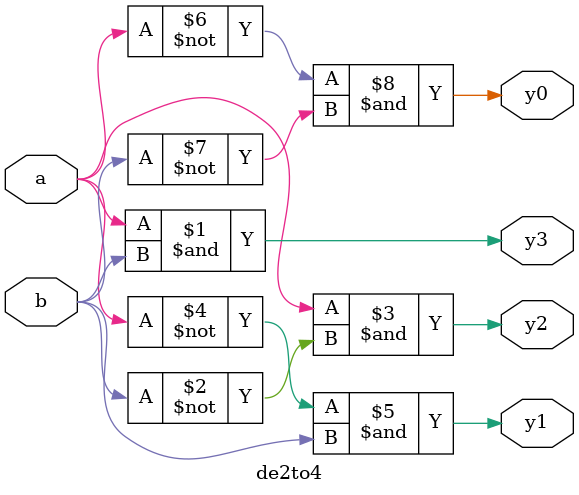
<source format=sv>
module de2to4(a,b,y3,y2,y1,y0);
input a,b;
output y3,y2,y1,y0;
assign y3=a&b;
assign y2=a&~b;
assign y1=~a&b;
assign y0=~a&~b;
endmodule

//Alternate design
/*module deco2to4(a,y);
input [1:0]a;
output [3:0]y;
wire [3:0]l,m,n;
assign l=(a==2’b11)?4’b1000:4’bxxxx;
assign m=(a==2’b10)?4’b0100:l;
assign n=(a==2’b01)?4’b0010: m;
assign y=(a==2’b00)?4’b0001:n;
endmodule
*/
</source>
